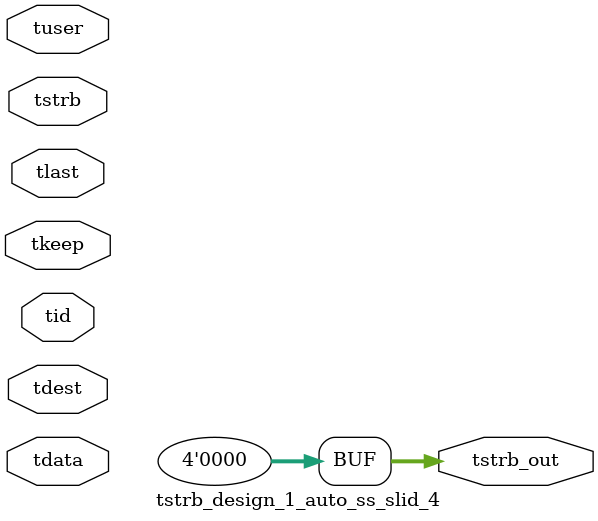
<source format=v>


`timescale 1ps/1ps

module tstrb_design_1_auto_ss_slid_4 #
(
parameter C_S_AXIS_TDATA_WIDTH = 32,
parameter C_S_AXIS_TUSER_WIDTH = 0,
parameter C_S_AXIS_TID_WIDTH   = 0,
parameter C_S_AXIS_TDEST_WIDTH = 0,
parameter C_M_AXIS_TDATA_WIDTH = 32
)
(
input  [(C_S_AXIS_TDATA_WIDTH == 0 ? 1 : C_S_AXIS_TDATA_WIDTH)-1:0     ] tdata,
input  [(C_S_AXIS_TUSER_WIDTH == 0 ? 1 : C_S_AXIS_TUSER_WIDTH)-1:0     ] tuser,
input  [(C_S_AXIS_TID_WIDTH   == 0 ? 1 : C_S_AXIS_TID_WIDTH)-1:0       ] tid,
input  [(C_S_AXIS_TDEST_WIDTH == 0 ? 1 : C_S_AXIS_TDEST_WIDTH)-1:0     ] tdest,
input  [(C_S_AXIS_TDATA_WIDTH/8)-1:0 ] tkeep,
input  [(C_S_AXIS_TDATA_WIDTH/8)-1:0 ] tstrb,
input                                                                    tlast,
output [(C_M_AXIS_TDATA_WIDTH/8)-1:0 ] tstrb_out
);

assign tstrb_out = {1'b0};

endmodule


</source>
